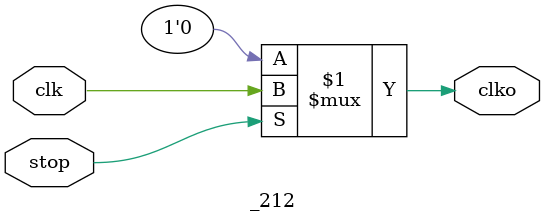
<source format=v>
module _212(stop,clk,clko);
input stop;
input clk;
output clko;
assign clko=(stop)?clk:1'b0;
endmodule
</source>
